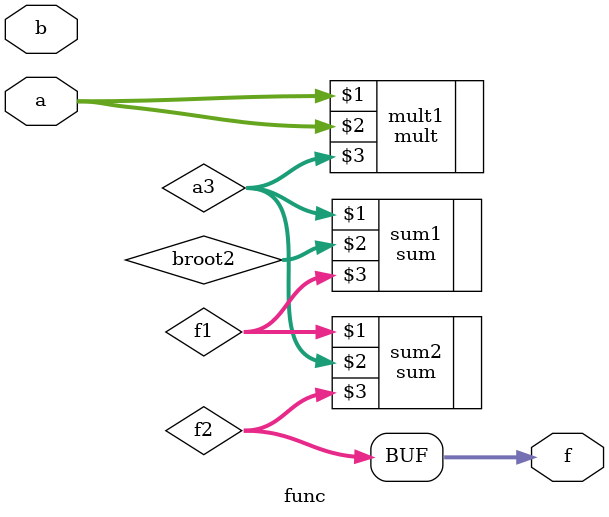
<source format=v>

module func (
    input [31:0] a,
    input [31:0] b,
    output [31:0] f
);

    wire [31:0] a3;
    wire [31:0] broot2;
    wire [31:0] f1;
    wire [31:0] f2;

    mult mult1 (a, a, a3);

    sum sum1 (a3, broot2, f1);
    sum sum2 (f1, a3, f2);

    assign f = f2;

endmodule

</source>
